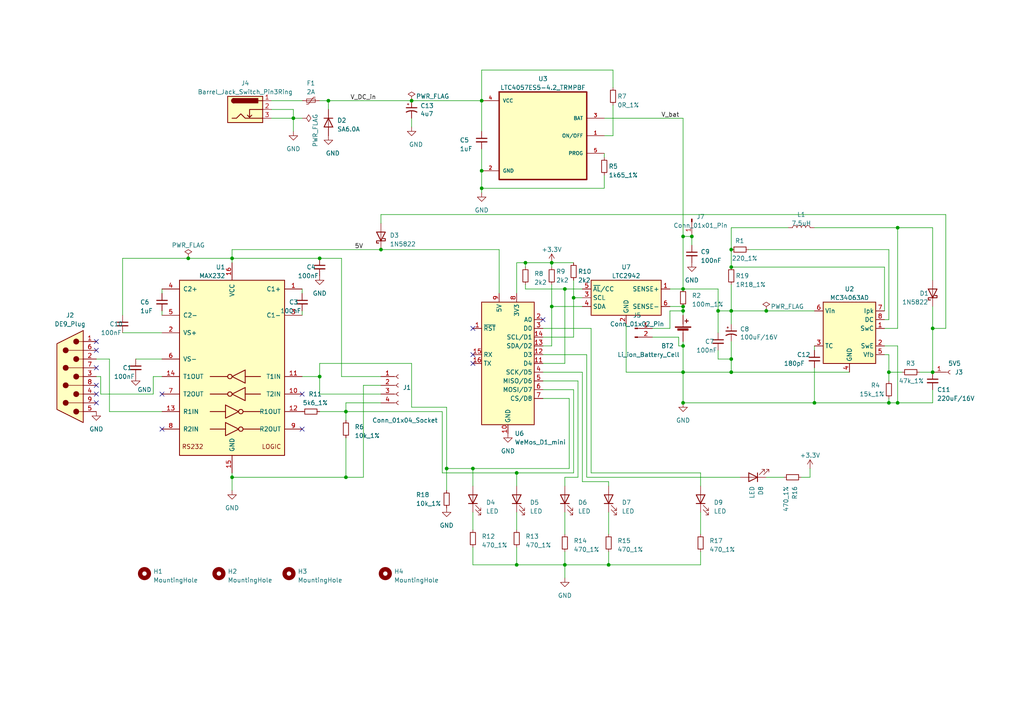
<source format=kicad_sch>
(kicad_sch (version 20230121) (generator eeschema)
  (paper "A4")
  (lib_symbols
    (symbol "Battery_Management:LTC2942"
      (property "Reference" "U" (at -10.16 6.35 0))
      (property "Value" "LTC2942" (at 10.16 6.35 0))
      (symbol "LTC2942_1_1"
        (pin passive line (at 12.7 2.54 180) (length 2.54) (name "SENSE+") (number "1"))
        (pin power_in line (at 0 -7.62 90) (length 2.54) (name "GND") (number "2"))
        (pin input line (at -12.7 0 0) (length 2.54) (name "SCL") (number "3"))
        (pin bidirectional line (at -12.7 -2.54 0) (length 2.54) (name "SDA") (number "4"))
        (pin bidirectional line (at -12.7 2.54 0) (length 2.54) (name "~{AL}/CC") (number "5"))
        (pin passive line (at 12.7 -2.54 180) (length 2.54) (name "SENSE-") (number "6"))
      )
    )
    (symbol "Connector:Barrel_Jack_Switch_Pin3Ring" (pin_names hide)
      (property "Reference" "J" (at 0 5.334 0))
      (property "Value" "Barrel_Jack_Switch_Pin3Ring" (at 0 -5.08 0))
      (symbol "Barrel_Jack_Switch_Pin3Ring_1_1"
        (pin passive line (at 7.62 2.54 180) (length 2.54) (name "~") (number "1"))
        (pin passive line (at 7.62 0 180) (length 2.54) (name "~") (number "2"))
        (pin passive line (at 7.62 -2.54 180) (length 2.54) (name "~") (number "3"))
      )
    )
    (symbol "Connector:Conn_01x01_Pin" (pin_names (offset 1.016) hide)
      (property "Reference" "J" (at 0 2.54 0))
      (property "Value" "Conn_01x01_Pin" (at 0 -2.54 0))
      (symbol "Conn_01x01_Pin_1_1"
        (pin passive line (at 5.08 0 180) (length 3.81) (name "Pin_1") (number "1"))
      )
    )
    (symbol "Connector:Conn_01x01_Socket" (pin_names (offset 1.016) hide)
      (property "Reference" "J" (at 0 2.54 0))
      (property "Value" "Conn_01x01_Socket" (at 0 -2.54 0))
      (symbol "Conn_01x01_Socket_1_1"
        (pin passive line (at -5.08 0 0) (length 3.81) (name "Pin_1") (number "1"))
      )
    )
    (symbol "Connector:Conn_01x02_Pin" (pin_names (offset 1.016) hide)
      (property "Reference" "J" (at 0 2.54 0))
      (property "Value" "Conn_01x02_Pin" (at 0 -5.08 0))
      (symbol "Conn_01x02_Pin_1_1"
        (pin passive line (at 5.08 0 180) (length 3.81) (name "Pin_1") (number "1"))
        (pin passive line (at 5.08 -2.54 180) (length 3.81) (name "Pin_2") (number "2"))
      )
    )
    (symbol "Connector:Conn_01x04_Socket" (pin_names (offset 1.016) hide)
      (property "Reference" "J" (at 0 5.08 0))
      (property "Value" "Conn_01x04_Socket" (at 0 -7.62 0))
      (symbol "Conn_01x04_Socket_1_1"
        (pin passive line (at -5.08 2.54 0) (length 3.81) (name "Pin_1") (number "1"))
        (pin passive line (at -5.08 0 0) (length 3.81) (name "Pin_2") (number "2"))
        (pin passive line (at -5.08 -2.54 0) (length 3.81) (name "Pin_3") (number "3"))
        (pin passive line (at -5.08 -5.08 0) (length 3.81) (name "Pin_4") (number "4"))
      )
    )
    (symbol "Connector:DE9_Plug" (pin_names (offset 1.016) hide)
      (property "Reference" "J" (at 0 13.97 0))
      (property "Value" "DE9_Plug" (at 0 -14.605 0))
      (symbol "DE9_Plug_1_1"
        (pin passive line (at -7.62 -10.16 0) (length 3.81) (name "1") (number "1"))
        (pin passive line (at -7.62 -5.08 0) (length 3.81) (name "2") (number "2"))
        (pin passive line (at -7.62 0 0) (length 3.81) (name "3") (number "3"))
        (pin passive line (at -7.62 5.08 0) (length 3.81) (name "4") (number "4"))
        (pin passive line (at -7.62 10.16 0) (length 3.81) (name "5") (number "5"))
        (pin passive line (at -7.62 -7.62 0) (length 3.81) (name "6") (number "6"))
        (pin passive line (at -7.62 -2.54 0) (length 3.81) (name "7") (number "7"))
        (pin passive line (at -7.62 2.54 0) (length 3.81) (name "8") (number "8"))
        (pin passive line (at -7.62 7.62 0) (length 3.81) (name "9") (number "9"))
      )
    )
    (symbol "Device:Battery_Cell" (pin_numbers hide) (pin_names (offset 0) hide)
      (property "Reference" "BT" (at 2.54 2.54 0))
      (property "Value" "Battery_Cell" (at 2.54 0 0))
      (symbol "Battery_Cell_1_1"
        (pin passive line (at 0 5.08 270) (length 2.54) (name "+") (number "1"))
        (pin passive line (at 0 -2.54 90) (length 2.54) (name "-") (number "2"))
      )
    )
    (symbol "Device:C_Polarized_Small_US" (pin_numbers hide) (pin_names (offset 0.254) hide)
      (property "Reference" "C" (at 0.254 1.778 0))
      (property "Value" "C_Polarized_Small_US" (at 0.254 -2.032 0))
      (symbol "C_Polarized_Small_US_1_1"
        (pin passive line (at 0 2.54 270) (length 2.032) (name "~") (number "1"))
        (pin passive line (at 0 -2.54 90) (length 2.032) (name "~") (number "2"))
      )
    )
    (symbol "Device:C_Small" (pin_numbers hide) (pin_names (offset 0.254) hide)
      (property "Reference" "C" (at 0.254 1.778 0))
      (property "Value" "C_Small" (at 0.254 -2.032 0))
      (symbol "C_Small_1_1"
        (pin passive line (at 0 2.54 270) (length 2.032) (name "~") (number "1"))
        (pin passive line (at 0 -2.54 90) (length 2.032) (name "~") (number "2"))
      )
    )
    (symbol "Device:L" (pin_numbers hide) (pin_names (offset 1.016) hide)
      (property "Reference" "L" (at -1.27 0 90))
      (property "Value" "L" (at 1.905 0 90))
      (symbol "L_1_1"
        (pin passive line (at 0 3.81 270) (length 1.27) (name "1") (number "1"))
        (pin passive line (at 0 -3.81 90) (length 1.27) (name "2") (number "2"))
      )
    )
    (symbol "Device:LED" (pin_numbers hide) (pin_names (offset 1.016) hide)
      (property "Reference" "D" (at 0 2.54 0))
      (property "Value" "LED" (at 0 -2.54 0))
      (symbol "LED_1_1"
        (pin passive line (at -3.81 0 0) (length 2.54) (name "K") (number "1"))
        (pin passive line (at 3.81 0 180) (length 2.54) (name "A") (number "2"))
      )
    )
    (symbol "Device:Polyfuse_Small" (pin_numbers hide) (pin_names (offset 0))
      (property "Reference" "F" (at -1.905 0 90))
      (property "Value" "Polyfuse_Small" (at 1.905 0 90))
      (symbol "Polyfuse_Small_1_1"
        (pin passive line (at 0 2.54 270) (length 0.635) (name "~") (number "1"))
        (pin passive line (at 0 -2.54 90) (length 0.635) (name "~") (number "2"))
      )
    )
    (symbol "Device:R_Small" (pin_numbers hide) (pin_names (offset 0.254) hide)
      (property "Reference" "R" (at 0.762 0.508 0))
      (property "Value" "R_Small" (at 0.762 -1.016 0))
      (symbol "R_Small_1_1"
        (pin passive line (at 0 2.54 270) (length 0.762) (name "~") (number "1"))
        (pin passive line (at 0 -2.54 90) (length 0.762) (name "~") (number "2"))
      )
    )
    (symbol "Diode:1N5400" (pin_numbers hide) (pin_names hide)
      (property "Reference" "D" (at 0 2.54 0))
      (property "Value" "1N5400" (at 0 -2.54 0))
      (symbol "1N5400_1_1"
        (pin passive line (at -3.81 0 0) (length 2.54) (name "K") (number "1"))
        (pin passive line (at 3.81 0 180) (length 2.54) (name "A") (number "2"))
      )
    )
    (symbol "Diode:1N5822" (pin_numbers hide) (pin_names (offset 1.016) hide)
      (property "Reference" "D" (at 0 2.54 0))
      (property "Value" "1N5822" (at 0 -2.54 0))
      (symbol "1N5822_1_1"
        (pin passive line (at -3.81 0 0) (length 2.54) (name "K") (number "1"))
        (pin passive line (at 3.81 0 180) (length 2.54) (name "A") (number "2"))
      )
    )
    (symbol "Interface_UART:MAX232" (pin_names (offset 1.016))
      (property "Reference" "U" (at -2.54 28.575 0))
      (property "Value" "MAX232" (at -2.54 26.67 0))
      (symbol "MAX232_0_0"
        (text "LOGIC" (at -11.43 -22.86 0) (effects (font (size 1.27 1.27))))
        (text "RS232" (at 11.43 -22.86 0) (effects (font (size 1.27 1.27))))
      )
      (symbol "MAX232_1_1"
        (pin passive line (at -20.32 22.86 0) (length 5.08) (name "C1+") (number "1"))
        (pin input line (at -20.32 -7.62 0) (length 5.08) (name "T2IN") (number "10"))
        (pin input line (at -20.32 -2.54 0) (length 5.08) (name "T1IN") (number "11"))
        (pin output line (at -20.32 -12.7 0) (length 5.08) (name "R1OUT") (number "12"))
        (pin input line (at 20.32 -12.7 180) (length 5.08) (name "R1IN") (number "13"))
        (pin output line (at 20.32 -2.54 180) (length 5.08) (name "T1OUT") (number "14"))
        (pin power_in line (at 0 -30.48 90) (length 5.08) (name "GND") (number "15"))
        (pin power_in line (at 0 30.48 270) (length 5.08) (name "VCC") (number "16"))
        (pin power_out line (at 20.32 10.16 180) (length 5.08) (name "VS+") (number "2"))
        (pin passive line (at -20.32 15.24 0) (length 5.08) (name "C1-") (number "3"))
        (pin passive line (at 20.32 22.86 180) (length 5.08) (name "C2+") (number "4"))
        (pin passive line (at 20.32 15.24 180) (length 5.08) (name "C2-") (number "5"))
        (pin power_out line (at 20.32 2.54 180) (length 5.08) (name "VS-") (number "6"))
        (pin output line (at 20.32 -7.62 180) (length 5.08) (name "T2OUT") (number "7"))
        (pin input line (at 20.32 -17.78 180) (length 5.08) (name "R2IN") (number "8"))
        (pin output line (at -20.32 -17.78 0) (length 5.08) (name "R2OUT") (number "9"))
      )
    )
    (symbol "LTC4057ES5-4.2_TRMPBF:LTC4057ES5-4.2_TRMPBF" (pin_names (offset 1.016))
      (property "Reference" "U" (at -12.7 13.7 0))
      (property "Value" "LTC4057ES5-4.2_TRMPBF" (at -12.7 -16.7 0))
      (symbol "LTC4057ES5-4.2_TRMPBF_0_0"
        (pin bidirectional line (at -17.78 0 0) (length 5.08) (name "ON/OFF") (number "1"))
        (pin power_in line (at 17.78 -10.16 180) (length 5.08) (name "GND") (number "2"))
        (pin bidirectional line (at -17.78 5.08 0) (length 5.08) (name "BAT") (number "3"))
        (pin power_in line (at 17.78 10.16 180) (length 5.08) (name "VCC") (number "4"))
        (pin bidirectional line (at -17.78 -5.08 0) (length 5.08) (name "PROG") (number "5"))
      )
    )
    (symbol "MCU_Module:WeMos_D1_mini"
      (property "Reference" "U" (at 3.81 19.05 0))
      (property "Value" "WeMos_D1_mini" (at 1.27 -19.05 0))
      (symbol "WeMos_D1_mini_1_1"
        (pin input line (at -10.16 10.16 0) (length 2.54) (name "~{RST}") (number "1"))
        (pin power_in line (at 0 -20.32 90) (length 2.54) (name "GND") (number "10"))
        (pin bidirectional line (at 10.16 0 180) (length 2.54) (name "D4") (number "11"))
        (pin bidirectional line (at 10.16 2.54 180) (length 2.54) (name "D3") (number "12"))
        (pin bidirectional line (at 10.16 5.08 180) (length 2.54) (name "SDA/D2") (number "13"))
        (pin bidirectional line (at 10.16 7.62 180) (length 2.54) (name "SCL/D1") (number "14"))
        (pin input line (at -10.16 2.54 0) (length 2.54) (name "RX") (number "15"))
        (pin output line (at -10.16 0 0) (length 2.54) (name "TX") (number "16"))
        (pin input line (at 10.16 12.7 180) (length 2.54) (name "A0") (number "2"))
        (pin bidirectional line (at 10.16 10.16 180) (length 2.54) (name "D0") (number "3"))
        (pin bidirectional line (at 10.16 -2.54 180) (length 2.54) (name "SCK/D5") (number "4"))
        (pin bidirectional line (at 10.16 -5.08 180) (length 2.54) (name "MISO/D6") (number "5"))
        (pin bidirectional line (at 10.16 -7.62 180) (length 2.54) (name "MOSI/D7") (number "6"))
        (pin bidirectional line (at 10.16 -10.16 180) (length 2.54) (name "CS/D8") (number "7"))
        (pin power_out line (at 2.54 20.32 270) (length 2.54) (name "3V3") (number "8"))
        (pin power_in line (at -2.54 20.32 270) (length 2.54) (name "5V") (number "9"))
      )
    )
    (symbol "Mechanical:MountingHole" (pin_names (offset 1.016))
      (property "Reference" "H" (at 0 5.08 0))
      (property "Value" "MountingHole" (at 0 3.175 0))
    )
    (symbol "Regulator_Switching:MC34063AD"
      (property "Reference" "U" (at -7.62 8.89 0))
      (property "Value" "MC34063AD" (at 0 8.89 0))
      (symbol "MC34063AD_1_1"
        (pin open_collector line (at 10.16 0 180) (length 2.54) (name "SwC") (number "1"))
        (pin open_emitter line (at 10.16 -5.08 180) (length 2.54) (name "SwE") (number "2"))
        (pin passive line (at -10.16 -5.08 0) (length 2.54) (name "TC") (number "3"))
        (pin power_in line (at 0 -12.7 90) (length 2.54) (name "GND") (number "4"))
        (pin input line (at 10.16 -7.62 180) (length 2.54) (name "Vfb") (number "5"))
        (pin power_in line (at -10.16 5.08 0) (length 2.54) (name "Vin") (number "6"))
        (pin input line (at 10.16 5.08 180) (length 2.54) (name "Ipk") (number "7"))
        (pin open_collector line (at 10.16 2.54 180) (length 2.54) (name "DC") (number "8"))
      )
    )
    (symbol "power:+3.3V" (power) (pin_names (offset 0))
      (property "Value" "+3.3V" (at 0 3.556 0))
      (symbol "+3.3V_1_1"
        (pin power_in line (at 0 0 90) (length 0) hide (name "+3.3V") (number "1"))
      )
    )
    (symbol "power:GND" (power) (pin_names (offset 0))
      (property "Value" "GND" (at 0 -3.81 0))
      (symbol "GND_1_1"
        (pin power_in line (at 0 0 270) (length 0) hide (name "GND") (number "1"))
      )
    )
    (symbol "power:PWR_FLAG" (power) (pin_numbers hide) (pin_names (offset 0) hide)
      (property "Value" "PWR_FLAG" (at 0 3.81 0))
      (symbol "PWR_FLAG_0_0"
        (pin power_out line (at 0 0 90) (length 0) (name "pwr") (number "1"))
      )
    )
  )
  (junction (at 212.09 72.39))
  (junction (at 67.31 138.43))
  (junction (at 92.71 74.93))
  (junction (at 270.51 95.25))
  (junction (at 54.61 74.93))
  (junction (at 139.7 54.61))
  (junction (at 100.33 119.38))
  (junction (at 198.12 90.17))
  (junction (at 198.12 100.33))
  (junction (at 260.35 116.84))
  (junction (at 67.31 74.93))
  (junction (at 149.86 137.16))
  (junction (at 212.09 104.14))
  (junction (at 163.83 163.83))
  (junction (at 149.86 163.83))
  (junction (at 119.38 29.21))
  (junction (at 212.09 77.47))
  (junction (at 198.12 68.58))
  (junction (at 260.35 66.04))
  (junction (at 139.7 49.53))
  (junction (at 85.09 34.29))
  (junction (at 236.22 116.84))
  (junction (at 198.12 107.95))
  (junction (at 212.09 107.95))
  (junction (at 95.25 29.21))
  (junction (at 200.66 68.58))
  (junction (at 198.12 88.9))
  (junction (at 92.71 109.22))
  (junction (at 160.02 76.2))
  (junction (at 110.49 72.39))
  (junction (at 137.16 135.89))
  (junction (at 129.54 135.89))
  (junction (at 163.83 83.82))
  (junction (at 208.28 90.17))
  (junction (at 257.81 107.95))
  (junction (at 166.37 86.36))
  (junction (at 198.12 83.82))
  (junction (at 139.7 29.21))
  (junction (at 270.51 107.95))
  (junction (at 212.09 90.17))
  (junction (at 152.4 76.2))
  (junction (at 257.81 116.84))
  (junction (at 100.33 138.43))
  (junction (at 176.53 163.83))
  (junction (at 222.25 90.17))
  (junction (at 198.12 116.84))
  (junction (at 160.02 88.9))
  (no_connect (at 27.94 101.6))
  (no_connect (at 46.99 124.46))
  (no_connect (at 27.94 99.06))
  (no_connect (at 87.63 114.3))
  (no_connect (at 137.16 95.25))
  (no_connect (at 46.99 114.3))
  (no_connect (at 157.48 92.71))
  (no_connect (at 27.94 106.68))
  (no_connect (at 27.94 116.84))
  (no_connect (at 87.63 124.46))
  (no_connect (at 27.94 114.3))
  (no_connect (at 27.94 111.76))
  (no_connect (at 137.16 102.87))
  (no_connect (at 137.16 105.41))
  (wire (pts (xy 198.12 99.06) (xy 198.12 100.33)))
  (wire (pts (xy 149.86 137.16) (xy 149.86 140.97)))
  (wire (pts (xy 85.09 38.1) (xy 85.09 34.29)))
  (wire (pts (xy 189.23 95.25) (xy 194.31 95.25)))
  (wire (pts (xy 157.48 110.49) (xy 167.64 110.49)))
  (wire (pts (xy 170.18 138.43) (xy 214.63 138.43)))
  (wire (pts (xy 181.61 93.98) (xy 181.61 107.95)))
  (wire (pts (xy 137.16 148.59) (xy 137.16 153.67)))
  (wire (pts (xy 194.31 88.9) (xy 198.12 88.9)))
  (wire (pts (xy 166.37 113.03) (xy 157.48 113.03)))
  (wire (pts (xy 198.12 88.9) (xy 198.12 90.17)))
  (wire (pts (xy 157.48 105.41) (xy 163.83 105.41)))
  (wire (pts (xy 257.81 107.95) (xy 261.62 107.95)))
  (wire (pts (xy 39.37 104.14) (xy 46.99 104.14)))
  (wire (pts (xy 256.54 90.17) (xy 256.54 77.47)))
  (wire (pts (xy 256.54 92.71) (xy 257.81 92.71)))
  (wire (pts (xy 270.51 81.28) (xy 270.51 66.04)))
  (wire (pts (xy 208.28 96.52) (xy 208.28 90.17)))
  (wire (pts (xy 165.1 135.89) (xy 137.16 135.89)))
  (wire (pts (xy 110.49 114.3) (xy 92.71 114.3)))
  (wire (pts (xy 139.7 54.61) (xy 139.7 55.88)))
  (wire (pts (xy 260.35 100.33) (xy 260.35 116.84)))
  (wire (pts (xy 166.37 81.28) (xy 166.37 86.36)))
  (wire (pts (xy 35.56 74.93) (xy 54.61 74.93)))
  (wire (pts (xy 257.81 72.39) (xy 217.17 72.39)))
  (wire (pts (xy 260.35 116.84) (xy 257.81 116.84)))
  (wire (pts (xy 228.6 66.04) (xy 212.09 66.04)))
  (wire (pts (xy 176.53 148.59) (xy 176.53 154.94)))
  (wire (pts (xy 171.45 95.25) (xy 171.45 137.16)))
  (wire (pts (xy 163.83 163.83) (xy 163.83 167.64)))
  (wire (pts (xy 177.8 25.4) (xy 177.8 20.32)))
  (wire (pts (xy 44.45 109.22) (xy 44.45 114.3)))
  (wire (pts (xy 175.26 34.29) (xy 198.12 34.29)))
  (wire (pts (xy 35.56 96.52) (xy 46.99 96.52)))
  (wire (pts (xy 175.26 54.61) (xy 139.7 54.61)))
  (wire (pts (xy 157.48 115.57) (xy 165.1 115.57)))
  (wire (pts (xy 92.71 114.3) (xy 92.71 109.22)))
  (wire (pts (xy 212.09 90.17) (xy 222.25 90.17)))
  (wire (pts (xy 212.09 77.47) (xy 256.54 77.47)))
  (wire (pts (xy 165.1 115.57) (xy 165.1 135.89)))
  (wire (pts (xy 92.71 109.22) (xy 87.63 109.22)))
  (wire (pts (xy 176.53 163.83) (xy 163.83 163.83)))
  (wire (pts (xy 110.49 116.84) (xy 100.33 116.84)))
  (wire (pts (xy 27.94 104.14) (xy 31.75 104.14)))
  (wire (pts (xy 177.8 39.37) (xy 175.26 39.37)))
  (wire (pts (xy 194.31 95.25) (xy 194.31 90.17)))
  (wire (pts (xy 129.54 118.11) (xy 129.54 135.89)))
  (wire (pts (xy 92.71 119.38) (xy 100.33 119.38)))
  (wire (pts (xy 67.31 72.39) (xy 67.31 74.93)))
  (wire (pts (xy 270.51 95.25) (xy 270.51 107.95)))
  (wire (pts (xy 166.37 86.36) (xy 168.91 86.36)))
  (wire (pts (xy 152.4 83.82) (xy 163.83 83.82)))
  (wire (pts (xy 27.94 109.22) (xy 29.21 109.22)))
  (wire (pts (xy 168.91 107.95) (xy 168.91 139.7)))
  (wire (pts (xy 152.4 76.2) (xy 160.02 76.2)))
  (wire (pts (xy 67.31 137.16) (xy 67.31 138.43)))
  (wire (pts (xy 149.86 76.2) (xy 152.4 76.2)))
  (wire (pts (xy 234.95 135.89) (xy 234.95 138.43)))
  (wire (pts (xy 139.7 29.21) (xy 139.7 38.1)))
  (wire (pts (xy 139.7 20.32) (xy 139.7 29.21)))
  (wire (pts (xy 208.28 90.17) (xy 208.28 83.82)))
  (wire (pts (xy 260.35 95.25) (xy 260.35 66.04)))
  (wire (pts (xy 163.83 160.02) (xy 163.83 163.83)))
  (wire (pts (xy 203.2 148.59) (xy 203.2 154.94)))
  (wire (pts (xy 144.78 72.39) (xy 110.49 72.39)))
  (wire (pts (xy 266.7 107.95) (xy 270.51 107.95)))
  (wire (pts (xy 236.22 106.68) (xy 236.22 116.84)))
  (wire (pts (xy 270.51 113.03) (xy 270.51 116.84)))
  (wire (pts (xy 198.12 116.84) (xy 236.22 116.84)))
  (wire (pts (xy 46.99 83.82) (xy 46.99 85.09)))
  (wire (pts (xy 208.28 104.14) (xy 212.09 104.14)))
  (wire (pts (xy 100.33 119.38) (xy 128.27 119.38)))
  (wire (pts (xy 87.63 90.17) (xy 87.63 91.44)))
  (wire (pts (xy 160.02 82.55) (xy 160.02 88.9)))
  (wire (pts (xy 274.32 95.25) (xy 270.51 95.25)))
  (wire (pts (xy 177.8 30.48) (xy 177.8 39.37)))
  (wire (pts (xy 208.28 83.82) (xy 198.12 83.82)))
  (wire (pts (xy 236.22 116.84) (xy 257.81 116.84)))
  (wire (pts (xy 257.81 92.71) (xy 257.81 72.39)))
  (wire (pts (xy 236.22 66.04) (xy 260.35 66.04)))
  (wire (pts (xy 198.12 107.95) (xy 198.12 116.84)))
  (wire (pts (xy 212.09 104.14) (xy 212.09 107.95)))
  (wire (pts (xy 203.2 160.02) (xy 203.2 163.83)))
  (wire (pts (xy 212.09 72.39) (xy 212.09 77.47)))
  (wire (pts (xy 139.7 49.53) (xy 139.7 54.61)))
  (wire (pts (xy 163.83 163.83) (xy 149.86 163.83)))
  (wire (pts (xy 200.66 68.58) (xy 200.66 71.12)))
  (wire (pts (xy 67.31 142.24) (xy 67.31 138.43)))
  (wire (pts (xy 152.4 83.82) (xy 152.4 82.55)))
  (wire (pts (xy 29.21 114.3) (xy 44.45 114.3)))
  (wire (pts (xy 100.33 138.43) (xy 105.41 138.43)))
  (wire (pts (xy 257.81 102.87) (xy 257.81 107.95)))
  (wire (pts (xy 194.31 90.17) (xy 198.12 90.17)))
  (wire (pts (xy 92.71 105.41) (xy 119.38 105.41)))
  (wire (pts (xy 29.21 109.22) (xy 29.21 114.3)))
  (wire (pts (xy 166.37 137.16) (xy 166.37 113.03)))
  (wire (pts (xy 194.31 83.82) (xy 198.12 83.82)))
  (wire (pts (xy 110.49 64.77) (xy 110.49 62.23)))
  (wire (pts (xy 105.41 111.76) (xy 105.41 138.43)))
  (wire (pts (xy 67.31 74.93) (xy 92.71 74.93)))
  (wire (pts (xy 232.41 138.43) (xy 234.95 138.43)))
  (wire (pts (xy 92.71 105.41) (xy 92.71 109.22)))
  (wire (pts (xy 167.64 110.49) (xy 167.64 138.43)))
  (wire (pts (xy 100.33 127) (xy 100.33 138.43)))
  (wire (pts (xy 198.12 34.29) (xy 198.12 68.58)))
  (wire (pts (xy 212.09 82.55) (xy 212.09 90.17)))
  (wire (pts (xy 163.83 148.59) (xy 163.83 154.94)))
  (wire (pts (xy 157.48 97.79) (xy 166.37 97.79)))
  (wire (pts (xy 35.56 74.93) (xy 35.56 91.44)))
  (wire (pts (xy 149.86 76.2) (xy 149.86 85.09)))
  (wire (pts (xy 176.53 163.83) (xy 203.2 163.83)))
  (wire (pts (xy 163.83 105.41) (xy 163.83 83.82)))
  (wire (pts (xy 177.8 20.32) (xy 139.7 20.32)))
  (wire (pts (xy 110.49 62.23) (xy 274.32 62.23)))
  (wire (pts (xy 212.09 99.06) (xy 212.09 104.14)))
  (wire (pts (xy 137.16 158.75) (xy 137.16 163.83)))
  (wire (pts (xy 257.81 115.57) (xy 257.81 116.84)))
  (wire (pts (xy 222.25 90.17) (xy 236.22 90.17)))
  (wire (pts (xy 257.81 107.95) (xy 257.81 110.49)))
  (wire (pts (xy 95.25 31.75) (xy 95.25 29.21)))
  (wire (pts (xy 176.53 139.7) (xy 168.91 139.7)))
  (wire (pts (xy 157.48 100.33) (xy 160.02 100.33)))
  (wire (pts (xy 149.86 148.59) (xy 149.86 153.67)))
  (wire (pts (xy 176.53 140.97) (xy 176.53 139.7)))
  (wire (pts (xy 208.28 101.6) (xy 208.28 104.14)))
  (wire (pts (xy 129.54 118.11) (xy 119.38 118.11)))
  (wire (pts (xy 100.33 119.38) (xy 100.33 121.92)))
  (wire (pts (xy 198.12 68.58) (xy 198.12 83.82)))
  (wire (pts (xy 274.32 62.23) (xy 274.32 95.25)))
  (wire (pts (xy 203.2 137.16) (xy 203.2 140.97)))
  (wire (pts (xy 119.38 34.29) (xy 119.38 36.83)))
  (wire (pts (xy 181.61 107.95) (xy 198.12 107.95)))
  (wire (pts (xy 270.51 88.9) (xy 270.51 95.25)))
  (wire (pts (xy 78.74 29.21) (xy 87.63 29.21)))
  (wire (pts (xy 189.23 97.79) (xy 196.85 97.79)))
  (wire (pts (xy 227.33 138.43) (xy 222.25 138.43)))
  (wire (pts (xy 31.75 104.14) (xy 31.75 119.38)))
  (wire (pts (xy 85.09 34.29) (xy 78.74 34.29)))
  (wire (pts (xy 198.12 68.58) (xy 200.66 68.58)))
  (wire (pts (xy 176.53 160.02) (xy 176.53 163.83)))
  (wire (pts (xy 139.7 43.18) (xy 139.7 49.53)))
  (wire (pts (xy 100.33 116.84) (xy 100.33 119.38)))
  (wire (pts (xy 171.45 137.16) (xy 203.2 137.16)))
  (wire (pts (xy 256.54 102.87) (xy 257.81 102.87)))
  (wire (pts (xy 95.25 29.21) (xy 119.38 29.21)))
  (wire (pts (xy 67.31 138.43) (xy 100.33 138.43)))
  (wire (pts (xy 85.09 34.29) (xy 87.63 34.29)))
  (wire (pts (xy 144.78 85.09) (xy 144.78 72.39)))
  (wire (pts (xy 119.38 118.11) (xy 119.38 105.41)))
  (wire (pts (xy 110.49 111.76) (xy 105.41 111.76)))
  (wire (pts (xy 67.31 74.93) (xy 67.31 76.2)))
  (wire (pts (xy 54.61 74.93) (xy 67.31 74.93)))
  (wire (pts (xy 92.71 74.93) (xy 99.06 74.93)))
  (wire (pts (xy 85.09 31.75) (xy 85.09 34.29)))
  (wire (pts (xy 163.83 83.82) (xy 168.91 83.82)))
  (wire (pts (xy 119.38 29.21) (xy 139.7 29.21)))
  (wire (pts (xy 87.63 83.82) (xy 87.63 85.09)))
  (wire (pts (xy 149.86 158.75) (xy 149.86 163.83)))
  (wire (pts (xy 137.16 135.89) (xy 129.54 135.89)))
  (wire (pts (xy 157.48 95.25) (xy 171.45 95.25)))
  (wire (pts (xy 260.35 66.04) (xy 270.51 66.04)))
  (wire (pts (xy 212.09 107.95) (xy 198.12 107.95)))
  (wire (pts (xy 166.37 86.36) (xy 166.37 97.79)))
  (wire (pts (xy 196.85 100.33) (xy 198.12 100.33)))
  (wire (pts (xy 128.27 137.16) (xy 149.86 137.16)))
  (wire (pts (xy 129.54 135.89) (xy 129.54 142.24)))
  (wire (pts (xy 110.49 72.39) (xy 67.31 72.39)))
  (wire (pts (xy 149.86 137.16) (xy 166.37 137.16)))
  (wire (pts (xy 212.09 107.95) (xy 246.38 107.95)))
  (wire (pts (xy 212.09 66.04) (xy 212.09 72.39)))
  (wire (pts (xy 198.12 100.33) (xy 198.12 107.95)))
  (wire (pts (xy 46.99 109.22) (xy 44.45 109.22)))
  (wire (pts (xy 167.64 138.43) (xy 163.83 138.43)))
  (wire (pts (xy 256.54 95.25) (xy 260.35 95.25)))
  (wire (pts (xy 256.54 100.33) (xy 260.35 100.33)))
  (wire (pts (xy 163.83 138.43) (xy 163.83 140.97)))
  (wire (pts (xy 175.26 50.8) (xy 175.26 54.61)))
  (wire (pts (xy 160.02 76.2) (xy 166.37 76.2)))
  (wire (pts (xy 152.4 76.2) (xy 152.4 77.47)))
  (wire (pts (xy 208.28 90.17) (xy 212.09 90.17)))
  (wire (pts (xy 137.16 135.89) (xy 137.16 140.97)))
  (wire (pts (xy 46.99 119.38) (xy 31.75 119.38)))
  (wire (pts (xy 95.25 29.21) (xy 92.71 29.21)))
  (wire (pts (xy 46.99 90.17) (xy 46.99 91.44)))
  (wire (pts (xy 157.48 102.87) (xy 170.18 102.87)))
  (wire (pts (xy 212.09 93.98) (xy 212.09 90.17)))
  (wire (pts (xy 128.27 119.38) (xy 128.27 137.16)))
  (wire (pts (xy 160.02 88.9) (xy 168.91 88.9)))
  (wire (pts (xy 160.02 88.9) (xy 160.02 100.33)))
  (wire (pts (xy 236.22 101.6) (xy 236.22 100.33)))
  (wire (pts (xy 99.06 74.93) (xy 99.06 109.22)))
  (wire (pts (xy 198.12 90.17) (xy 198.12 91.44)))
  (wire (pts (xy 78.74 31.75) (xy 85.09 31.75)))
  (wire (pts (xy 170.18 102.87) (xy 170.18 138.43)))
  (wire (pts (xy 175.26 44.45) (xy 175.26 45.72)))
  (wire (pts (xy 160.02 76.2) (xy 160.02 77.47)))
  (wire (pts (xy 149.86 163.83) (xy 137.16 163.83)))
  (wire (pts (xy 99.06 109.22) (xy 110.49 109.22)))
  (wire (pts (xy 157.48 107.95) (xy 168.91 107.95)))
  (wire (pts (xy 196.85 97.79) (xy 196.85 100.33)))
  (wire (pts (xy 270.51 116.84) (xy 260.35 116.84)))
  (label "V_DC_in" (at 101.6 29.21 0))
  (label "V_bat" (at 191.77 34.29 0))
  (label "5V" (at 102.87 72.39 0))
  (symbol (lib_id "Device:R_Small") (at 166.37 78.74 0) (unit 1)
    (property "Reference" "R10" (at 167.64 78.74 0) (effects (justify left)))
    (property "Value" "2k2" (at 167.64 81.28 0) (effects (justify left)))
    (property "Footprint" "Resistor_SMD:R_0603_1608Metric" (effects hide))
    (property "Datasheet" "C5140136" (effects hide))
  )
  (symbol (lib_id "Diode:1N5400") (at 95.25 35.56 270) (unit 1)
    (property "Reference" "D2" (at 97.79 34.925 90) (effects (justify left)))
    (property "Value" "SA6.0A" (at 97.79 37.465 90) (effects (justify left)))
    (property "Footprint" "Diode_THT:D_DO-15_P12.70mm_Horizontal" (effects hide))
    (property "Datasheet" "C523137" (effects hide))
    (property "Sim.Device" "D" (effects hide))
    (property "Sim.Pins" "1=K 2=A" (effects hide))
  )
  (symbol (lib_id "power:GND") (at 163.83 167.64 0) (unit 1)
    (property "Reference" "#PWR04" (effects hide))
    (property "Value" "GND" (at 163.83 172.72 0))
  )
  (symbol (lib_id "power:GND") (at 147.32 125.73 0) (unit 1)
    (property "Reference" "#PWR012" (effects hide))
    (property "Value" "GND" (at 147.32 130.81 0))
  )
  (symbol (lib_id "Diode:1N5822") (at 270.51 85.09 90) (unit 1)
    (property "Reference" "D1" (at 266.7 85.09 90) (effects (justify right)))
    (property "Value" "1N5822" (at 261.62 87.63 90) (effects (justify right)))
    (property "Footprint" "Diode_THT:D_DO-201AD_P15.24mm_Horizontal" (effects hide))
    (property "Datasheet" "C908721" (effects hide))
  )
  (symbol (lib_id "Device:LED") (at 163.83 144.78 90) (unit 1)
    (property "Reference" "D6" (at 167.64 145.7325 90) (effects (justify right)))
    (property "Value" "LED" (at 167.64 148.2725 90) (effects (justify right)))
    (property "Footprint" "LED_SMD:LED_0805_2012Metric" (effects hide))
    (property "Datasheet" "C86865" (effects hide))
  )
  (symbol (lib_id "Device:C_Small") (at 87.63 87.63 0) (unit 1)
    (property "Reference" "C3" (at 83.82 87.63 0) (effects (justify left)))
    (property "Value" "100nF" (at 81.28 90.17 0) (effects (justify left)))
    (property "Footprint" "Capacitor_SMD:C_0402_1005Metric" (effects hide))
    (property "Datasheet" "C338011" (effects hide))
  )
  (symbol (lib_id "power:GND") (at 85.09 38.1 0) (unit 1)
    (property "Reference" "#PWR05" (effects hide))
    (property "Value" "GND" (at 85.09 43.18 0))
  )
  (symbol (lib_id "Device:C_Small") (at 39.37 106.68 0) (unit 1)
    (property "Reference" "C1" (at 35.56 106.68 0) (effects (justify left)))
    (property "Value" "100nF" (at 33.02 109.22 0) (effects (justify left)))
    (property "Footprint" "Capacitor_SMD:C_0402_1005Metric" (effects hide))
    (property "Datasheet" "C338011" (effects hide))
  )
  (symbol (lib_id "power:GND") (at 67.31 142.24 0) (unit 1)
    (property "Reference" "#PWR03" (effects hide))
    (property "Value" "GND" (at 67.31 147.32 0))
  )
  (symbol (lib_id "Device:R_Small") (at 176.53 157.48 0) (unit 1)
    (property "Reference" "R15" (at 179.07 156.845 0) (effects (justify left)))
    (property "Value" "470_1%" (at 179.07 159.385 0) (effects (justify left)))
    (property "Footprint" "Resistor_SMD:R_0603_1608Metric" (effects hide))
    (property "Datasheet" "C497138" (effects hide))
  )
  (symbol (lib_id "power:GND") (at 129.54 147.32 0) (unit 1)
    (property "Reference" "#PWR013" (effects hide))
    (property "Value" "GND" (at 129.54 152.4 0))
  )
  (symbol (lib_id "power:GND") (at 39.37 109.22 0) (unit 1)
    (property "Reference" "#PWR02" (effects hide))
    (property "Value" "GND" (at 41.91 113.03 0))
  )
  (symbol (lib_id "Device:R_Small") (at 175.26 48.26 0) (unit 1)
    (property "Reference" "R5" (at 176.53 48.26 0) (effects (justify left)))
    (property "Value" "1k65_1%" (at 176.53 50.8 0) (effects (justify left)))
    (property "Footprint" "Resistor_SMD:R_0603_1608Metric" (effects hide))
    (property "Datasheet" "C185357" (effects hide))
  )
  (symbol (lib_id "Device:R_Small") (at 212.09 80.01 0) (unit 1)
    (property "Reference" "R19" (at 213.36 80.01 0) (effects (justify left)))
    (property "Value" "1R18_1%" (at 213.36 82.55 0) (effects (justify left)))
    (property "Footprint" "Resistor_SMD:R_0603_1608Metric" (effects hide))
    (property "Datasheet" "C482619" (effects hide))
  )
  (symbol (lib_id "Device:R_Small") (at 152.4 80.01 0) (unit 1)
    (property "Reference" "R8" (at 154.94 79.375 0) (effects (justify left)))
    (property "Value" "2k2" (at 154.94 81.915 0) (effects (justify left)))
    (property "Footprint" "Resistor_SMD:R_0603_1608Metric" (effects hide))
    (property "Datasheet" "C5140136" (effects hide))
  )
  (symbol (lib_id "power:GND") (at 200.66 76.2 0) (unit 1)
    (property "Reference" "#PWR015" (effects hide))
    (property "Value" "GND" (at 200.66 81.28 0))
  )
  (symbol (lib_id "Device:C_Small") (at 35.56 93.98 0) (unit 1)
    (property "Reference" "C10" (at 31.75 93.98 0) (effects (justify left)))
    (property "Value" "100nF" (at 29.21 96.52 0) (effects (justify left)))
    (property "Footprint" "Capacitor_SMD:C_0402_1005Metric" (effects hide))
    (property "Datasheet" "C338011" (effects hide))
  )
  (symbol (lib_id "Connector:DE9_Plug") (at 20.32 109.22 180) (unit 1)
    (property "Reference" "J2" (at 20.32 91.44 0))
    (property "Value" "DE9_Plug" (at 20.32 93.98 0))
    (property "Footprint" "Connector_Dsub:DSUB-9_Male_Horizontal_P2.77x2.84mm_EdgePinOffset9.90mm_Housed_MountingHolesOffset11.32mm" (effects hide))
    (property "Datasheet" " ~" (effects hide))
  )
  (symbol (lib_id "Diode:1N5822") (at 110.49 68.58 90) (unit 1)
    (property "Reference" "D3" (at 113.03 68.2625 90) (effects (justify right)))
    (property "Value" "1N5822" (at 113.03 70.8025 90) (effects (justify right)))
    (property "Footprint" "Diode_THT:D_DO-201AD_P15.24mm_Horizontal" (effects hide))
    (property "Datasheet" "C908721" (effects hide))
  )
  (symbol (lib_id "Device:L") (at 232.41 66.04 90) (unit 1)
    (property "Reference" "L1" (at 232.41 62.23 90))
    (property "Value" "7.5uH" (at 232.41 64.77 90))
    (property "Footprint" "Inductor_SMD:L_Vishay_IHLP-4040" (effects hide))
    (property "Datasheet" "C918982" (effects hide))
  )
  (symbol (lib_id "Device:R_Small") (at 229.87 138.43 270) (unit 1)
    (property "Reference" "R16" (at 230.505 140.97 0) (effects (justify left)))
    (property "Value" "470_1%" (at 227.965 140.97 0) (effects (justify left)))
    (property "Footprint" "Resistor_SMD:R_0603_1608Metric" (effects hide))
    (property "Datasheet" "C497138" (effects hide))
  )
  (symbol (lib_id "Interface_UART:MAX232") (at 67.31 106.68 0) (mirror y) (unit 1)
    (property "Reference" "U1" (at 65.3541 77.47 0) (effects (justify left)))
    (property "Value" "MAX232" (at 65.3541 80.01 0) (effects (justify left)))
    (property "Footprint" "Package_SO:SOIC-16_3.9x9.9mm_P1.27mm" (effects hide))
    (property "Datasheet" "C45119" (effects hide))
  )
  (symbol (lib_id "Connector:Barrel_Jack_Switch_Pin3Ring") (at 71.12 31.75 0) (unit 1)
    (property "Reference" "J4" (at 71.12 24.13 0))
    (property "Value" "Barrel_Jack_Switch_Pin3Ring" (at 71.12 26.67 0))
    (property "Footprint" "Connector_BarrelJack:BarrelJack_GCT_DCJ200-10-A_Horizontal" (effects hide))
  )
  (symbol (lib_id "power:GND") (at 119.38 36.83 0) (unit 1)
    (property "Reference" "#PWR09" (effects hide))
    (property "Value" "GND" (at 120.65 41.91 0))
  )
  (symbol (lib_id "Mechanical:MountingHole") (at 41.91 166.37 0) (unit 1)
    (property "Reference" "H1" (at 44.45 165.735 0) (effects (justify left)))
    (property "Value" "MountingHole" (at 44.45 168.275 0) (effects (justify left)))
    (property "Footprint" "MountingHole:MountingHole_3.2mm_M3" (effects hide))
  )
  (symbol (lib_id "Device:R_Small") (at 264.16 107.95 90) (unit 1)
    (property "Reference" "R3" (at 265.43 105.41 90) (effects (justify left)))
    (property "Value" "47k_1%" (at 267.97 110.49 90) (effects (justify left)))
    (property "Footprint" "Resistor_SMD:R_0603_1608Metric" (effects hide))
    (property "Datasheet" "C25819" (effects hide))
  )
  (symbol (lib_id "Device:C_Small") (at 270.51 110.49 0) (unit 1)
    (property "Reference" "C11" (at 271.78 113.03 0) (effects (justify left)))
    (property "Value" "220uF/16V" (at 271.78 115.57 0) (effects (justify left)))
    (property "Footprint" "Capacitor_SMD:CP_Elec_8x10.5" (effects hide))
    (property "Datasheet" "C242038" (effects hide))
  )
  (symbol (lib_id "power:+3.3V") (at 160.02 76.2 0) (unit 1)
    (property "Reference" "#PWR011" (effects hide))
    (property "Value" "3V3" (at 160.02 72.39 0))
  )
  (symbol (lib_id "Battery_Management:LTC2942") (at 181.61 86.36 0) (unit 1)
    (property "Reference" "U7" (at 181.61 77.47 0))
    (property "Value" "LTC2942" (at 181.61 80.01 0))
    (property "Footprint" "Package_DFN_QFN:DFN-6-1EP_3x2mm_P0.5mm_EP1.65x1.35mm" (effects hide))
    (property "Datasheet" "C683656" (effects hide))
  )
  (symbol (lib_id "Device:R_Small") (at 90.17 119.38 90) (unit 1)
    (property "Reference" "R11" (at 91.44 114.3 90))
    (property "Value" "5k6_1%" (at 91.44 116.84 90))
    (property "Footprint" "Resistor_SMD:R_0603_1608Metric" (effects hide))
    (property "Datasheet" "C177628" (effects hide))
  )
  (symbol (lib_id "Device:R_Small") (at 129.54 144.78 0) (unit 1)
    (property "Reference" "R18" (at 120.65 143.51 0) (effects (justify left)))
    (property "Value" "10k_1%" (at 120.65 146.05 0) (effects (justify left)))
    (property "Footprint" "Resistor_SMD:R_0805_2012Metric" (effects hide))
    (property "Datasheet" "C25804" (effects hide))
  )
  (symbol (lib_id "Mechanical:MountingHole") (at 111.76 166.37 0) (unit 1)
    (property "Reference" "H4" (at 114.3 165.735 0) (effects (justify left)))
    (property "Value" "MountingHole" (at 114.3 168.275 0) (effects (justify left)))
    (property "Footprint" "MountingHole:MountingHole_3.2mm_M3" (effects hide))
  )
  (symbol (lib_id "Device:R_Small") (at 100.33 124.46 0) (unit 1)
    (property "Reference" "R6" (at 102.87 123.825 0) (effects (justify left)))
    (property "Value" "10k_1%" (at 102.87 126.365 0) (effects (justify left)))
    (property "Footprint" "Resistor_SMD:R_0603_1608Metric" (effects hide))
    (property "Datasheet" "C25804" (effects hide))
  )
  (symbol (lib_id "Device:R_Small") (at 203.2 157.48 0) (unit 1)
    (property "Reference" "R17" (at 205.74 156.845 0) (effects (justify left)))
    (property "Value" "470_1%" (at 205.74 159.385 0) (effects (justify left)))
    (property "Footprint" "Resistor_SMD:R_0603_1608Metric" (effects hide))
    (property "Datasheet" "C497138" (effects hide))
  )
  (symbol (lib_id "Device:LED") (at 176.53 144.78 90) (unit 1)
    (property "Reference" "D7" (at 180.34 145.7325 90) (effects (justify right)))
    (property "Value" "LED" (at 180.34 148.2725 90) (effects (justify right)))
    (property "Footprint" "LED_SMD:LED_0805_2012Metric" (effects hide))
    (property "Datasheet" "C86865" (effects hide))
  )
  (symbol (lib_id "Device:C_Polarized_Small_US") (at 119.38 31.75 0) (unit 1)
    (property "Reference" "C13" (at 121.92 30.6832 0) (effects (justify left)))
    (property "Value" "4u7" (at 121.92 33.02 0) (effects (justify left)))
    (property "Footprint" "Capacitor_SMD:CP_Elec_8x10" (effects hide))
    (property "Datasheet" "C487544" (effects hide))
  )
  (symbol (lib_id "Device:C_Small") (at 139.7 40.64 0) (unit 1)
    (property "Reference" "C5" (at 133.35 40.64 0) (effects (justify left)))
    (property "Value" "1uF" (at 133.35 43.18 0) (effects (justify left)))
    (property "Footprint" "Capacitor_SMD:C_0603_1608Metric" (effects hide))
    (property "Datasheet" "C76617" (effects hide))
  )
  (symbol (lib_id "Device:Polyfuse_Small") (at 90.17 29.21 90) (unit 1)
    (property "Reference" "F1" (at 90.17 24.13 90))
    (property "Value" "2A" (at 90.17 26.67 90))
    (property "Footprint" "Fuse:Fuseholder_Cylinder-5x20mm_Stelvio-Kontek_PTF78_Horizontal_Open" (effects hide))
    (property "Datasheet" "C2997155" (effects hide))
  )
  (symbol (lib_id "power:GND") (at 198.12 116.84 0) (unit 1)
    (property "Reference" "#PWR014" (effects hide))
    (property "Value" "GND" (at 198.12 121.92 0))
  )
  (symbol (lib_id "Device:C_Polarized_Small_US") (at 212.09 96.52 0) (unit 1)
    (property "Reference" "C8" (at 214.63 95.4532 0) (effects (justify left)))
    (property "Value" "100uF/16V" (at 214.63 97.79 0) (effects (justify left)))
    (property "Footprint" "Capacitor_SMD:CP_Elec_5x5.4" (effects hide))
    (property "Datasheet" "C4747962" (effects hide))
  )
  (symbol (lib_id "Device:R_Small") (at 198.12 86.36 0) (unit 1)
    (property "Reference" "R2" (at 200.66 85.725 0) (effects (justify left)))
    (property "Value" "100m_1%" (at 200.66 88.265 0) (effects (justify left)))
    (property "Footprint" "Resistor_SMD:R_0603_1608Metric" (effects hide))
    (property "Datasheet" "C175644" (effects hide))
  )
  (symbol (lib_id "Device:LED") (at 149.86 144.78 90) (unit 1)
    (property "Reference" "D5" (at 153.67 145.7325 90) (effects (justify right)))
    (property "Value" "LED" (at 153.67 148.2725 90) (effects (justify right)))
    (property "Footprint" "LED_SMD:LED_0805_2012Metric" (effects hide))
    (property "Datasheet" "C86865" (effects hide))
  )
  (symbol (lib_id "Device:R_Small") (at 163.83 157.48 0) (unit 1)
    (property "Reference" "R14" (at 166.37 156.845 0) (effects (justify left)))
    (property "Value" "470_1%" (at 166.37 159.385 0) (effects (justify left)))
    (property "Footprint" "Resistor_SMD:R_0603_1608Metric" (effects hide))
    (property "Datasheet" "C497138" (effects hide))
  )
  (symbol (lib_id "Device:LED") (at 137.16 144.78 90) (unit 1)
    (property "Reference" "D4" (at 140.97 145.7325 90) (effects (justify right)))
    (property "Value" "LED" (at 140.97 148.2725 90) (effects (justify right)))
    (property "Footprint" "LED_SMD:LED_0805_2012Metric" (effects hide))
    (property "Datasheet" "C86865" (effects hide))
  )
  (symbol (lib_id "Device:R_Small") (at 214.63 72.39 90) (unit 1)
    (property "Reference" "R1" (at 215.9 69.85 90) (effects (justify left)))
    (property "Value" "220_1%" (at 219.71 74.93 90) (effects (justify left)))
    (property "Footprint" "Resistor_SMD:R_0603_1608Metric" (effects hide))
    (property "Datasheet" "C177304" (effects hide))
  )
  (symbol (lib_id "Device:LED") (at 218.44 138.43 180) (unit 1)
    (property "Reference" "D8" (at 220.6625 140.97 90) (effects (justify left)))
    (property "Value" "LED" (at 218.1225 140.97 90) (effects (justify left)))
    (property "Footprint" "LED_SMD:LED_0805_2012Metric" (effects hide))
    (property "Datasheet" "C86865" (effects hide))
  )
  (symbol (lib_id "Device:C_Small") (at 46.99 87.63 0) (unit 1)
    (property "Reference" "C6" (at 40.64 87.63 0) (effects (justify left)))
    (property "Value" "1uF" (at 40.64 90.17 0) (effects (justify left)))
    (property "Footprint" "Capacitor_SMD:C_0603_1608Metric" (effects hide))
    (property "Datasheet" "C76617" (effects hide))
  )
  (symbol (lib_id "power:PWR_FLAG") (at 54.61 74.93 0) (unit 1)
    (property "Reference" "#FLG03" (effects hide))
    (property "Value" "PWR_FLAG" (at 54.61 71.12 0))
  )
  (symbol (lib_id "Device:LED") (at 203.2 144.78 90) (unit 1)
    (property "Reference" "D9" (at 207.01 145.7325 90) (effects (justify right)))
    (property "Value" "LED" (at 207.01 148.2725 90) (effects (justify right)))
    (property "Footprint" "LED_SMD:LED_0805_2012Metric" (effects hide))
    (property "Datasheet" "C86865" (effects hide))
  )
  (symbol (lib_id "power:GND") (at 139.7 55.88 0) (unit 1)
    (property "Reference" "#PWR06" (effects hide))
    (property "Value" "GND" (at 139.7 60.96 0))
  )
  (symbol (lib_id "power:GND") (at 95.25 39.37 0) (unit 1)
    (property "Reference" "#PWR08" (effects hide))
    (property "Value" "GND" (at 96.52 44.45 0))
  )
  (symbol (lib_id "power:GND") (at 27.94 119.38 0) (unit 1)
    (property "Reference" "#PWR01" (effects hide))
    (property "Value" "GND" (at 27.94 124.46 0))
  )
  (symbol (lib_id "LTC4057ES5-4.2_TRMPBF:LTC4057ES5-4.2_TRMPBF") (at 157.48 39.37 0) (mirror y) (unit 1)
    (property "Reference" "U3" (at 157.48 22.86 0))
    (property "Value" "LTC4057ES5-4.2_TRMPBF" (at 157.48 25.4 0))
    (property "Footprint" "Package_TO_SOT_SMD:SOT-23-5_HandSoldering" (effects hide))
    (property "MF" "Analog Devices" (effects hide))
    (property "Description" "\nLinear Li-Ion Battery Charger with Thermal Regulation in ThinSOT\n" (effects hide))
    (property "Package" "SOT-5 Analog Devices" (effects hide))
    (property "Price" "None" (effects hide))
    (property "Check_prices" "https://www.snapeda.com/parts/LTC4057ES5-4.2%23TRMPBF/Analog+Devices/view-part/?ref=eda" (effects hide))
    (property "SnapEDA_Link" "https://www.snapeda.com/parts/LTC4057ES5-4.2%23TRMPBF/Analog+Devices/view-part/?ref=snap" (effects hide))
    (property "MP" "LTC4057ES5-4.2#TRMPBF" (effects hide))
    (property "Purchase-URL" "https://www.snapeda.com/api/url_track_click_mouser/?unipart_id=5428902&manufacturer=Analog Devices&part_name=LTC4057ES5-4.2#TRMPBF&search_term=None" (effects hide))
    (property "Availability" "In Stock" (effects hide))
    (property "Manufacturer" "Analog Devices" (effects hide))
  )
  (symbol (lib_id "Mechanical:MountingHole") (at 63.5 166.37 0) (unit 1)
    (property "Reference" "H2" (at 66.04 165.735 0) (effects (justify left)))
    (property "Value" "MountingHole" (at 66.04 168.275 0) (effects (justify left)))
    (property "Footprint" "MountingHole:MountingHole_3.2mm_M3" (effects hide))
  )
  (symbol (lib_id "Regulator_Switching:MC34063AD") (at 246.38 95.25 0) (unit 1)
    (property "Reference" "U2" (at 246.38 83.82 0))
    (property "Value" "MC34063AD" (at 246.38 86.36 0))
    (property "Footprint" "Package_SO:SOP-8_3.9x4.9mm_P1.27mm" (effects hide))
    (property "Datasheet" "C3014308" (effects hide))
  )
  (symbol (lib_id "Mechanical:MountingHole") (at 83.82 166.37 0) (unit 1)
    (property "Reference" "H3" (at 86.36 165.735 0) (effects (justify left)))
    (property "Value" "MountingHole" (at 86.36 168.275 0) (effects (justify left)))
    (property "Footprint" "MountingHole:MountingHole_3.2mm_M3" (effects hide))
  )
  (symbol (lib_id "Device:R_Small") (at 177.8 27.94 0) (unit 1)
    (property "Reference" "R7" (at 179.07 27.94 0) (effects (justify left)))
    (property "Value" "0R_1%" (at 179.07 30.48 0) (effects (justify left)))
    (property "Footprint" "Resistor_SMD:R_0603_1608Metric" (effects hide))
    (property "Datasheet" "C115304" (effects hide))
  )
  (symbol (lib_id "Device:R_Small") (at 257.81 113.03 180) (unit 1)
    (property "Reference" "R4" (at 255.27 111.76 0) (effects (justify left)))
    (property "Value" "15k_1%" (at 256.54 114.3 0) (effects (justify left)))
    (property "Footprint" "Resistor_SMD:R_0603_1608Metric" (effects hide))
    (property "Datasheet" "C22809" (effects hide))
  )
  (symbol (lib_id "Connector:Conn_01x02_Pin") (at 184.15 95.25 0) (unit 1)
    (property "Reference" "J5" (at 184.785 91.44 0))
    (property "Value" "Conn_01x02_Pin" (at 184.785 93.98 0))
    (property "Footprint" "Connector_PinHeader_2.54mm:PinHeader_1x02_P2.54mm_Vertical" (effects hide))
    (property "Datasheet" "C5224022" (effects hide))
  )
  (symbol (lib_id "Device:C_Small") (at 208.28 99.06 0) (unit 1)
    (property "Reference" "C7" (at 204.47 99.06 0) (effects (justify left)))
    (property "Value" "100nF" (at 201.93 101.6 0) (effects (justify left)))
    (property "Footprint" "Capacitor_SMD:C_0402_1005Metric" (effects hide))
    (property "Datasheet" "C338011" (effects hide))
  )
  (symbol (lib_id "power:+3.3V") (at 234.95 135.89 0) (unit 1)
    (property "Reference" "#PWR07" (effects hide))
    (property "Value" "3V3" (at 234.95 132.08 0))
  )
  (symbol (lib_id "Device:R_Small") (at 149.86 156.21 0) (unit 1)
    (property "Reference" "R13" (at 152.4 155.575 0) (effects (justify left)))
    (property "Value" "470_1%" (at 152.4 158.115 0) (effects (justify left)))
    (property "Footprint" "Resistor_SMD:R_0603_1608Metric" (effects hide))
    (property "Datasheet" "C497138" (effects hide))
  )
  (symbol (lib_id "Connector:Conn_01x01_Pin") (at 200.66 63.5 270) (unit 1)
    (property "Reference" "J7" (at 203.2 62.865 90))
    (property "Value" "Conn_01x01_Pin" (at 203.2 65.405 90))
    (property "Footprint" "Connector_PinHeader_2.54mm:PinHeader_1x01_P2.54mm_Vertical" (effects hide))
    (property "Datasheet" "C429850" (effects hide))
  )
  (symbol (lib_id "MCU_Module:WeMos_D1_mini") (at 147.32 105.41 0) (unit 1)
    (property "Reference" "U6" (at 149.2759 125.73 0) (effects (justify left)))
    (property "Value" "WeMos_D1_mini" (at 149.2759 128.27 0) (effects (justify left)))
    (property "Footprint" "Module:WEMOS_D1_mini_light" (effects hide))
    (property "Datasheet" "https://wiki.wemos.cc/products:d1:d1_mini#documentation" (effects hide))
  )
  (symbol (lib_id "Device:Battery_Cell") (at 198.12 96.52 0) (unit 1)
    (property "Reference" "BT2" (at 191.77 100.33 0) (effects (justify left)))
    (property "Value" "Li_ion_Battery_Cell" (at 179.07 102.87 0) (effects (justify left)))
    (property "Footprint" "Battery:BatteryHolder_Keystone_1042_1x18650" (effects hide))
  )
  (symbol (lib_id "Device:C_Small") (at 236.22 104.14 0) (unit 1)
    (property "Reference" "C12" (at 231.14 102.87 0) (effects (justify left)))
    (property "Value" "180pF" (at 227.33 105.41 0) (effects (justify left)))
    (property "Footprint" "Capacitor_SMD:C_0603_1608Metric" (effects hide))
    (property "Datasheet" "C565593" (effects hide))
  )
  (symbol (lib_id "power:PWR_FLAG") (at 87.63 34.29 270) (unit 1)
    (property "Reference" "#FLG01" (effects hide))
    (property "Value" "PWR_FLAG" (at 91.44 33.02 0) (effects (justify left)))
  )
  (symbol (lib_id "power:PWR_FLAG") (at 119.38 29.21 0) (unit 1)
    (property "Reference" "#FLG02" (effects hide))
    (property "Value" "PWR_FLAG" (at 120.65 27.94 0) (effects (justify left)))
  )
  (symbol (lib_id "Connector:Conn_01x04_Socket") (at 115.57 111.76 0) (unit 1)
    (property "Reference" "J1" (at 116.84 112.395 0) (effects (justify left)))
    (property "Value" "Conn_01x04_Socket" (at 107.95 121.92 0) (effects (justify left)))
    (property "Footprint" "Connector_PinHeader_2.54mm:PinHeader_1x04_P2.54mm_Vertical" (effects hide))
  )
  (symbol (lib_id "Device:C_Small") (at 92.71 77.47 0) (unit 1)
    (property "Reference" "C4" (at 88.9 77.47 0) (effects (justify left)))
    (property "Value" "100nF" (at 86.36 80.01 0) (effects (justify left)))
    (property "Footprint" "Capacitor_SMD:C_0402_1005Metric" (effects hide))
    (property "Datasheet" "C338011" (effects hide))
  )
  (symbol (lib_id "power:GND") (at 92.71 80.01 0) (unit 1)
    (property "Reference" "#PWR010" (effects hide))
    (property "Value" "GND" (at 92.71 85.09 0))
  )
  (symbol (lib_id "Device:R_Small") (at 160.02 80.01 0) (unit 1)
    (property "Reference" "R9" (at 161.29 78.74 0) (effects (justify left)))
    (property "Value" "2k2" (at 161.29 81.28 0) (effects (justify left)))
    (property "Footprint" "Resistor_SMD:R_0603_1608Metric" (effects hide))
    (property "Datasheet" "C5140136" (effects hide))
  )
  (symbol (lib_id "Connector:Conn_01x01_Socket") (at 275.59 107.95 0) (unit 1)
    (property "Reference" "J3" (at 278.13 107.95 0))
    (property "Value" "5V5" (at 276.86 105.41 0))
    (property "Footprint" "Connector_PinHeader_2.54mm:PinHeader_1x01_P2.54mm_Vertical" (effects hide))
    (property "Datasheet" "C429850" (effects hide))
  )
  (symbol (lib_id "Device:C_Small") (at 200.66 73.66 0) (unit 1)
    (property "Reference" "C9" (at 203.2 73.0313 0) (effects (justify left)))
    (property "Value" "100nF" (at 203.2 75.5713 0) (effects (justify left)))
    (property "Footprint" "Capacitor_SMD:C_0402_1005Metric" (effects hide))
    (property "Datasheet" "C338011" (effects hide))
  )
  (symbol (lib_id "power:PWR_FLAG") (at 222.25 90.17 0) (unit 1)
    (property "Reference" "#FLG04" (effects hide))
    (property "Value" "PWR_FLAG" (at 223.52 88.9 0) (effects (justify left)))
  )
  (symbol (lib_id "Device:R_Small") (at 137.16 156.21 0) (unit 1)
    (property "Reference" "R12" (at 139.7 155.575 0) (effects (justify left)))
    (property "Value" "470_1%" (at 139.7 158.115 0) (effects (justify left)))
    (property "Footprint" "Resistor_SMD:R_0603_1608Metric" (effects hide))
    (property "Datasheet" "C497138" (effects hide))
  )
)
</source>
